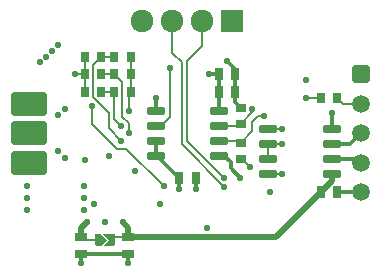
<source format=gbl>
G04*
G04 #@! TF.GenerationSoftware,Altium Limited,Altium Designer,23.3.1 (30)*
G04*
G04 Layer_Physical_Order=4*
G04 Layer_Color=16711680*
%FSLAX43Y43*%
%MOMM*%
G71*
G04*
G04 #@! TF.SameCoordinates,9844E55F-96F2-4D63-9416-53F8DD85CCA4*
G04*
G04*
G04 #@! TF.FilePolarity,Positive*
G04*
G01*
G75*
%ADD10C,0.500*%
%ADD12C,0.150*%
%ADD13C,0.200*%
G04:AMPARAMS|DCode=15|XSize=0.7mm|YSize=0.9mm|CornerRadius=0.07mm|HoleSize=0mm|Usage=FLASHONLY|Rotation=0.000|XOffset=0mm|YOffset=0mm|HoleType=Round|Shape=RoundedRectangle|*
%AMROUNDEDRECTD15*
21,1,0.700,0.760,0,0,0.0*
21,1,0.560,0.900,0,0,0.0*
1,1,0.140,0.280,-0.380*
1,1,0.140,-0.280,-0.380*
1,1,0.140,-0.280,0.380*
1,1,0.140,0.280,0.380*
%
%ADD15ROUNDEDRECTD15*%
G04:AMPARAMS|DCode=21|XSize=2mm|YSize=3mm|CornerRadius=0.2mm|HoleSize=0mm|Usage=FLASHONLY|Rotation=90.000|XOffset=0mm|YOffset=0mm|HoleType=Round|Shape=RoundedRectangle|*
%AMROUNDEDRECTD21*
21,1,2.000,2.600,0,0,90.0*
21,1,1.600,3.000,0,0,90.0*
1,1,0.400,1.300,0.800*
1,1,0.400,1.300,-0.800*
1,1,0.400,-1.300,-0.800*
1,1,0.400,-1.300,0.800*
%
%ADD21ROUNDEDRECTD21*%
G04:AMPARAMS|DCode=23|XSize=0.75mm|YSize=0.96mm|CornerRadius=0.075mm|HoleSize=0mm|Usage=FLASHONLY|Rotation=180.000|XOffset=0mm|YOffset=0mm|HoleType=Round|Shape=RoundedRectangle|*
%AMROUNDEDRECTD23*
21,1,0.750,0.810,0,0,180.0*
21,1,0.600,0.960,0,0,180.0*
1,1,0.150,-0.300,0.405*
1,1,0.150,0.300,0.405*
1,1,0.150,0.300,-0.405*
1,1,0.150,-0.300,-0.405*
%
%ADD23ROUNDEDRECTD23*%
%ADD47C,0.300*%
%ADD49C,1.925*%
G04:AMPARAMS|DCode=50|XSize=1.925mm|YSize=1.925mm|CornerRadius=0.193mm|HoleSize=0mm|Usage=FLASHONLY|Rotation=180.000|XOffset=0mm|YOffset=0mm|HoleType=Round|Shape=RoundedRectangle|*
%AMROUNDEDRECTD50*
21,1,1.925,1.540,0,0,180.0*
21,1,1.540,1.925,0,0,180.0*
1,1,0.385,-0.770,0.770*
1,1,0.385,0.770,0.770*
1,1,0.385,0.770,-0.770*
1,1,0.385,-0.770,-0.770*
%
%ADD50ROUNDEDRECTD50*%
%ADD51C,1.500*%
G04:AMPARAMS|DCode=52|XSize=1.5mm|YSize=1.5mm|CornerRadius=0.15mm|HoleSize=0mm|Usage=FLASHONLY|Rotation=270.000|XOffset=0mm|YOffset=0mm|HoleType=Round|Shape=RoundedRectangle|*
%AMROUNDEDRECTD52*
21,1,1.500,1.200,0,0,270.0*
21,1,1.200,1.500,0,0,270.0*
1,1,0.300,-0.600,-0.600*
1,1,0.300,-0.600,0.600*
1,1,0.300,0.600,0.600*
1,1,0.300,0.600,-0.600*
%
%ADD52ROUNDEDRECTD52*%
%ADD53C,0.550*%
%ADD54C,0.700*%
G04:AMPARAMS|DCode=55|XSize=0.6mm|YSize=1.5mm|CornerRadius=0.06mm|HoleSize=0mm|Usage=FLASHONLY|Rotation=270.000|XOffset=0mm|YOffset=0mm|HoleType=Round|Shape=RoundedRectangle|*
%AMROUNDEDRECTD55*
21,1,0.600,1.380,0,0,270.0*
21,1,0.480,1.500,0,0,270.0*
1,1,0.120,-0.690,-0.240*
1,1,0.120,-0.690,0.240*
1,1,0.120,0.690,0.240*
1,1,0.120,0.690,-0.240*
%
%ADD55ROUNDEDRECTD55*%
G04:AMPARAMS|DCode=56|XSize=0.7mm|YSize=0.9mm|CornerRadius=0.07mm|HoleSize=0mm|Usage=FLASHONLY|Rotation=90.000|XOffset=0mm|YOffset=0mm|HoleType=Round|Shape=RoundedRectangle|*
%AMROUNDEDRECTD56*
21,1,0.700,0.760,0,0,90.0*
21,1,0.560,0.900,0,0,90.0*
1,1,0.140,0.380,0.280*
1,1,0.140,0.380,-0.280*
1,1,0.140,-0.380,-0.280*
1,1,0.140,-0.380,0.280*
%
%ADD56ROUNDEDRECTD56*%
G04:AMPARAMS|DCode=57|XSize=0.75mm|YSize=0.96mm|CornerRadius=0.075mm|HoleSize=0mm|Usage=FLASHONLY|Rotation=90.000|XOffset=0mm|YOffset=0mm|HoleType=Round|Shape=RoundedRectangle|*
%AMROUNDEDRECTD57*
21,1,0.750,0.810,0,0,90.0*
21,1,0.600,0.960,0,0,90.0*
1,1,0.150,0.405,0.300*
1,1,0.150,0.405,-0.300*
1,1,0.150,-0.405,-0.300*
1,1,0.150,-0.405,0.300*
%
%ADD57ROUNDEDRECTD57*%
G36*
G01X-6175Y-8550D02*
G01X-6175Y-9450D01*
G02X-6225Y-9500I-50J0D01*
G01X-7175D01*
G01X-6675Y-9000D01*
G01X-7175Y-8500D01*
G01X-6225D01*
G02X-6175Y-8550I0J-50D01*
D02*
G37*
G36*
G01X-7825Y-8550D02*
G01X-7825Y-9450D01*
G03X-7775Y-9500I50J0D01*
G01X-7325D01*
G01X-6825Y-9000D01*
G01X-7325Y-8500D01*
G01X-7775D01*
G03X-7825Y-8550I-0J-50D01*
D02*
G37*
D10*
X-5000Y-8800D02*
Y-8000D01*
X-5500Y-7500D02*
X-5000Y-8000D01*
X-9000Y-8800D02*
Y-8000D01*
X-8500Y-7500D01*
X-5000Y-8800D02*
X7500D01*
X11300Y-5000D01*
Y-4926D02*
X12200Y-4026D01*
X11300Y-5000D02*
Y-4926D01*
X12200Y-4026D02*
Y-3405D01*
D12*
X-500Y-932D02*
X3130Y-4561D01*
X-500Y-932D02*
Y6000D01*
X0Y-622D02*
X3125Y-3747D01*
X0Y-622D02*
Y6111D01*
X1270Y7381D01*
Y9500D01*
X-1270Y6770D02*
X-500Y6000D01*
X-1270Y6770D02*
Y9500D01*
X13185Y2500D02*
X14650D01*
X12685Y3000D02*
X13185Y2500D01*
X10000Y3000D02*
X11315D01*
X-8104Y754D02*
X-6007Y-1343D01*
X-5185D01*
X-8104Y754D02*
Y2316D01*
X-5185Y-1343D02*
X-2026Y-4502D01*
X4649Y-2185D02*
X5332Y-2868D01*
X4500Y-2185D02*
X4649D01*
X4500Y-815D02*
X5500Y185D01*
Y1000D01*
X6000Y1500D01*
X6500D01*
X4500Y815D02*
X5455Y1770D01*
Y2019D01*
X-2700Y635D02*
X-2234D01*
X-1500Y1369D02*
Y5500D01*
X-2234Y635D02*
X-1500Y1369D01*
X6800Y-2135D02*
Y-865D01*
X7975D01*
X6800Y405D02*
X7975D01*
X6800Y-3405D02*
X7975D01*
X2700Y635D02*
X4320D01*
X4500Y815D01*
X4320Y-635D02*
X4500Y-815D01*
X2700Y-635D02*
X4320D01*
X-4815Y6000D02*
Y6500D01*
Y3500D02*
Y6000D01*
X-4952Y3363D02*
X-4815Y3500D01*
X-4952Y1898D02*
Y3363D01*
X-4953Y0D02*
Y845D01*
X-5504Y1396D02*
Y4319D01*
Y1396D02*
X-4953Y845D01*
X-8010Y3037D02*
X-6675Y1702D01*
Y452D02*
Y1702D01*
Y452D02*
X-5588Y-635D01*
X-8010Y3037D02*
Y5805D01*
X-7315Y6500D01*
X-6185Y1232D02*
Y3500D01*
X-8685Y5000D02*
Y6500D01*
Y3500D02*
Y5000D01*
X-4815Y6000D02*
X-4815Y6000D01*
X-7315Y3500D02*
X-6185D01*
X-7315Y5000D02*
X-6185D01*
X-7315Y6500D02*
X-6185D01*
Y5000D02*
X-5504Y4319D01*
X-6185Y1232D02*
X-5588Y635D01*
D13*
X-9000Y-8800D02*
X-8800Y-9000D01*
X-7325D01*
X-6352Y-8800D02*
X-5000D01*
X-8685Y5000D02*
X-8685Y5000D01*
X-9500Y5000D02*
X-8685D01*
D15*
X12685Y3000D02*
D03*
X11315D02*
D03*
X-6185Y5000D02*
D03*
X-4815D02*
D03*
X-6185Y3500D02*
D03*
X-4815Y3500D02*
D03*
X-8685Y6500D02*
D03*
X-7315D02*
D03*
X-8685Y5000D02*
D03*
X-7315D02*
D03*
X-8685Y3500D02*
D03*
X-7315D02*
D03*
X-6185Y6500D02*
D03*
X-4815D02*
D03*
D21*
X-13405Y2500D02*
D03*
X-13405Y0D02*
D03*
X-13405Y-2500D02*
D03*
D23*
X4054Y3500D02*
D03*
X2654D02*
D03*
X4054Y5000D02*
D03*
X2654D02*
D03*
X12700Y-5000D02*
D03*
X11300D02*
D03*
X700Y-3810D02*
D03*
X-700D02*
D03*
D47*
X3648Y-2969D02*
X4425Y-3747D01*
X3648Y-2969D02*
Y-2430D01*
X3123Y-1905D02*
X3648Y-2430D01*
X2700Y-1905D02*
X3123D01*
X-5000Y-11000D02*
Y-10200D01*
X-9000Y-11000D02*
Y-10200D01*
X-5000D01*
X12200Y405D02*
Y1702D01*
X-2605Y-1905D02*
X-700Y-3810D01*
X-2700Y-1905D02*
X-2605D01*
X-2700D02*
Y-635D01*
X700Y-4699D02*
Y-3810D01*
X-700Y-4699D02*
Y-3810D01*
X-2700Y1905D02*
Y3000D01*
X14650Y-5000D02*
X14650Y-5000D01*
X12700Y-5000D02*
X14650D01*
X14285Y-2135D02*
X14650Y-2500D01*
X12200Y-2135D02*
X14285D01*
X13785Y-865D02*
X14650Y0D01*
X12200Y-865D02*
X13785D01*
X1825Y5000D02*
X1825Y5000D01*
X2654D01*
X4054D02*
Y5442D01*
X3385Y6111D02*
X4054Y5442D01*
X2654Y1951D02*
X2700Y1905D01*
X2654Y1951D02*
Y3500D01*
Y5000D01*
X4054Y3500D02*
Y5000D01*
Y2631D02*
Y3500D01*
Y2631D02*
X4500Y2185D01*
D49*
X-3810Y9500D02*
D03*
X-1270D02*
D03*
X1270D02*
D03*
D50*
X3810D02*
D03*
D51*
X14650Y0D02*
D03*
Y2500D02*
D03*
Y-2500D02*
D03*
Y-5000D02*
D03*
D52*
Y5000D02*
D03*
D53*
X4425Y-3747D02*
D03*
X3130Y-4561D02*
D03*
X3125Y-3747D02*
D03*
X1689Y-8000D02*
D03*
X-5000Y-11000D02*
D03*
X-9000D02*
D03*
X-7874Y-5969D02*
D03*
X-8763Y-4445D02*
D03*
X-2310Y-5969D02*
D03*
X-5500Y-7500D02*
D03*
X-7000D02*
D03*
X-8500D02*
D03*
X12200Y1702D02*
D03*
X-11000Y7500D02*
D03*
X-11500Y7000D02*
D03*
X-12000Y6500D02*
D03*
X-12500Y6000D02*
D03*
X-2026Y-4502D02*
D03*
X-2700Y3000D02*
D03*
X5332Y-2868D02*
D03*
X10000Y3000D02*
D03*
Y4500D02*
D03*
X6500Y1500D02*
D03*
X5455Y2019D02*
D03*
X1825Y5000D02*
D03*
X3385Y6111D02*
D03*
X-1500Y5500D02*
D03*
X7975Y-865D02*
D03*
Y405D02*
D03*
Y-3405D02*
D03*
X-9500Y5000D02*
D03*
X-4952Y1898D02*
D03*
X-8104Y2316D02*
D03*
X7000Y-5000D02*
D03*
X-8763Y-6477D02*
D03*
Y-5461D02*
D03*
X-13589Y-6477D02*
D03*
Y-5461D02*
D03*
Y-4445D02*
D03*
X-4953Y0D02*
D03*
X-5588Y635D02*
D03*
X-5588Y-635D02*
D03*
X700Y-4699D02*
D03*
X-700D02*
D03*
X-4445Y-3175D02*
D03*
X-6604Y-1905D02*
D03*
X-10392Y2100D02*
D03*
Y-2100D02*
D03*
X-8714Y-2287D02*
D03*
X-10922Y-1524D02*
D03*
Y1524D02*
D03*
D54*
X-13405Y3100D02*
D03*
X-12305D02*
D03*
Y2500D02*
D03*
Y1900D02*
D03*
X-13405D02*
D03*
Y2500D02*
D03*
X-14505Y1900D02*
D03*
Y2500D02*
D03*
Y3100D02*
D03*
X-13405Y600D02*
D03*
X-12305D02*
D03*
Y0D02*
D03*
Y-600D02*
D03*
X-13405D02*
D03*
Y0D02*
D03*
X-14505Y-600D02*
D03*
Y0D02*
D03*
Y600D02*
D03*
X-13405Y-1900D02*
D03*
X-12305D02*
D03*
Y-2500D02*
D03*
Y-3100D02*
D03*
X-13405D02*
D03*
Y-2500D02*
D03*
X-14505Y-3100D02*
D03*
Y-2500D02*
D03*
Y-1900D02*
D03*
D55*
X6800Y-3405D02*
D03*
Y-2135D02*
D03*
Y-865D02*
D03*
Y405D02*
D03*
X12200Y-3405D02*
D03*
Y-2135D02*
D03*
Y-865D02*
D03*
Y405D02*
D03*
X-2700Y-1905D02*
D03*
Y-635D02*
D03*
Y635D02*
D03*
Y1905D02*
D03*
X2700Y-1905D02*
D03*
Y-635D02*
D03*
Y635D02*
D03*
Y1905D02*
D03*
D56*
X4500Y815D02*
D03*
Y2185D02*
D03*
Y-815D02*
D03*
Y-2185D02*
D03*
D57*
X-5000Y-10200D02*
D03*
Y-8800D02*
D03*
X-9000Y-10200D02*
D03*
X-9000Y-8800D02*
D03*
M02*

</source>
